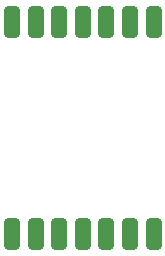
<source format=gbr>
%TF.GenerationSoftware,KiCad,Pcbnew,7.0.8*%
%TF.CreationDate,2023-10-29T23:14:44+01:00*%
%TF.ProjectId,3phaseDiverter-rounded,33706861-7365-4446-9976-65727465722d,3*%
%TF.SameCoordinates,Original*%
%TF.FileFunction,Paste,Top*%
%TF.FilePolarity,Positive*%
%FSLAX46Y46*%
G04 Gerber Fmt 4.6, Leading zero omitted, Abs format (unit mm)*
G04 Created by KiCad (PCBNEW 7.0.8) date 2023-10-29 23:14:44*
%MOMM*%
%LPD*%
G01*
G04 APERTURE LIST*
G04 Aperture macros list*
%AMRoundRect*
0 Rectangle with rounded corners*
0 $1 Rounding radius*
0 $2 $3 $4 $5 $6 $7 $8 $9 X,Y pos of 4 corners*
0 Add a 4 corners polygon primitive as box body*
4,1,4,$2,$3,$4,$5,$6,$7,$8,$9,$2,$3,0*
0 Add four circle primitives for the rounded corners*
1,1,$1+$1,$2,$3*
1,1,$1+$1,$4,$5*
1,1,$1+$1,$6,$7*
1,1,$1+$1,$8,$9*
0 Add four rect primitives between the rounded corners*
20,1,$1+$1,$2,$3,$4,$5,0*
20,1,$1+$1,$4,$5,$6,$7,0*
20,1,$1+$1,$6,$7,$8,$9,0*
20,1,$1+$1,$8,$9,$2,$3,0*%
G04 Aperture macros list end*
%ADD10RoundRect,0.337500X-0.337500X1.012500X-0.337500X-1.012500X0.337500X-1.012500X0.337500X1.012500X0*%
G04 APERTURE END LIST*
D10*
%TO.C,RF1*%
X27269440Y-62890400D03*
X31269940Y-44958000D03*
X33268920Y-44958000D03*
X35267900Y-44958000D03*
X31269940Y-62890400D03*
X27269440Y-44958000D03*
X37266880Y-44958000D03*
X33268920Y-62890400D03*
X29270960Y-44958000D03*
X37266880Y-62890400D03*
X35267900Y-62890400D03*
X39268400Y-44958000D03*
X39268400Y-62890400D03*
X29270960Y-62890400D03*
%TD*%
M02*

</source>
